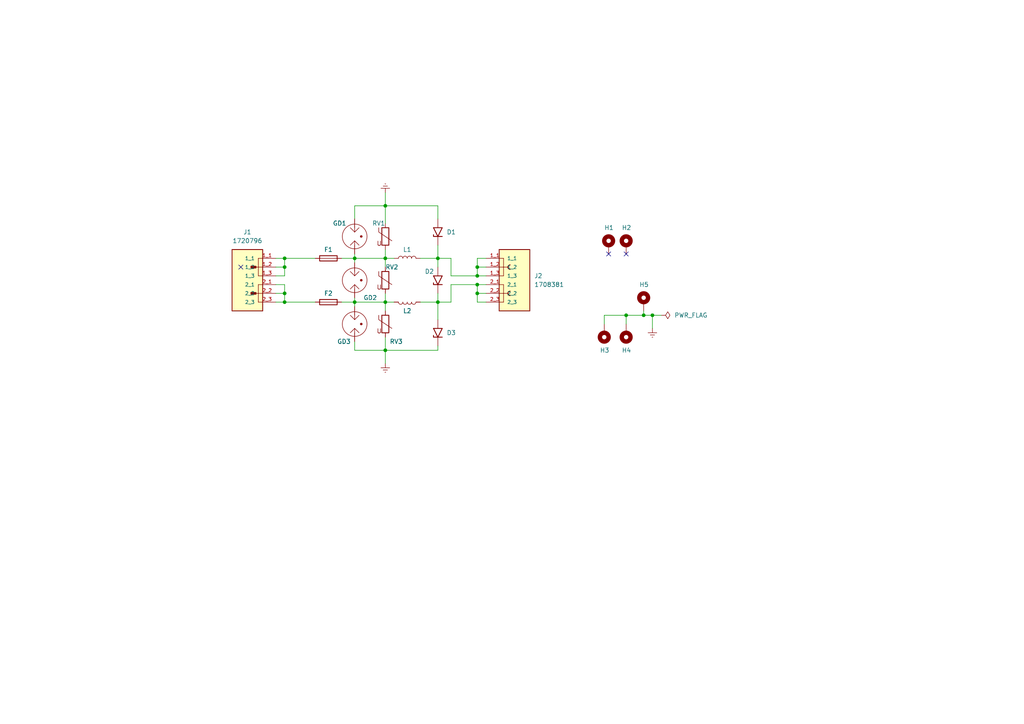
<source format=kicad_sch>
(kicad_sch (version 20211123) (generator eeschema)
  (paper "A4")
  (lib_symbols
    (symbol "1708381:1708381" (pin_names (offset 1.016))
      (property "Reference" "J" (at -5.08 8.382 0))
      (property "Value" "1708381" (at -5.08 -12.7 0))
      (symbol "1708381_0_0"
        (rectangle (start -5.08 -10.16) (end 3.81 7.62) (stroke (width 0.254)) (fill (type background)))
        (polyline (pts (xy 2.54 -5.08) (xy 1.27 -5.08)) (stroke (width 0.1524)))
        (polyline (pts (xy 2.54 -5.08) (xy 2.54 -7.62)) (stroke (width 0.1524)))
        (polyline (pts (xy 2.54 -2.54) (xy 2.54 -5.08)) (stroke (width 0.1524)))
        (polyline (pts (xy 2.54 2.54) (xy 1.27 2.54)) (stroke (width 0.1524)))
        (polyline (pts (xy 2.54 2.54) (xy 2.54 0)) (stroke (width 0.1524)))
        (polyline (pts (xy 2.54 5.08) (xy 2.54 2.54)) (stroke (width 0.1524)))
        (arc (start 0.635 -5.715) (mid 1.084 -5.529) (end 1.27 -5.08) (stroke (width 0.254)))
        (arc (start 0.635 1.905) (mid 1.084 2.091) (end 1.27 2.54) (stroke (width 0.254)))
        (arc (start 1.27 -5.08) (mid 1.084 -4.631) (end 0.635 -4.445) (stroke (width 0.254)))
        (arc (start 1.27 2.54) (mid 1.084 2.989) (end 0.635 3.175) (stroke (width 0.254)))
        (pin passive line (at 7.62 5.08 180) (length 5.08) (name "1_1") (number "1_1"))
        (pin passive line (at 7.62 2.54 180) (length 5.08) (name "1_2") (number "1_2"))
        (pin passive line (at 7.62 0 180) (length 5.08) (name "1_3") (number "1_3"))
        (pin passive line (at 7.62 -2.54 180) (length 5.08) (name "2_1") (number "2_1"))
        (pin passive line (at 7.62 -5.08 180) (length 5.08) (name "2_2") (number "2_2"))
        (pin passive line (at 7.62 -7.62 180) (length 5.08) (name "2_3") (number "2_3"))
      )
    )
    (symbol "1720796:1720796" (pin_names (offset 1.016))
      (property "Reference" "J" (at -2.54 8.382 0))
      (property "Value" "1720796" (at -2.54 -12.7 0))
      (symbol "1720796_0_0"
        (rectangle (start -3.81 -10.16) (end 5.08 7.62) (stroke (width 0.254)) (fill (type background)))
        (rectangle (start -1.905 -5.3975) (end -0.3175 -4.7625) (stroke (width 0.1)) (fill (type outline)))
        (rectangle (start -1.905 2.2225) (end -0.3175 2.8575) (stroke (width 0.1)) (fill (type outline)))
        (polyline (pts (xy -2.54 -5.08) (xy -2.54 -7.62)) (stroke (width 0.1524)))
        (polyline (pts (xy -2.54 -5.08) (xy -1.27 -5.08)) (stroke (width 0.1524)))
        (polyline (pts (xy -2.54 -2.54) (xy -2.54 -5.08)) (stroke (width 0.1524)))
        (polyline (pts (xy -2.54 2.54) (xy -2.54 0)) (stroke (width 0.1524)))
        (polyline (pts (xy -2.54 2.54) (xy -1.27 2.54)) (stroke (width 0.1524)))
        (polyline (pts (xy -2.54 5.08) (xy -2.54 2.54)) (stroke (width 0.1524)))
        (pin passive line (at -7.62 5.08 0) (length 5.08) (name "1_1") (number "1_1"))
        (pin passive line (at -7.62 2.54 0) (length 5.08) (name "1_2") (number "1_2"))
        (pin passive line (at -7.62 0 0) (length 5.08) (name "1_3") (number "1_3"))
        (pin passive line (at -7.62 -2.54 0) (length 5.08) (name "2_1") (number "2_1"))
        (pin passive line (at -7.62 -5.08 0) (length 5.08) (name "2_2") (number "2_2"))
        (pin passive line (at -7.62 -7.62 0) (length 5.08) (name "2_3") (number "2_3"))
      )
    )
    (symbol "Device:Fuse" (pin_numbers hide) (pin_names (offset 0))
      (property "Reference" "F" (at 2.032 0 90))
      (property "Value" "Fuse" (at -1.905 0 90))
      (symbol "Fuse_0_1"
        (rectangle (start -0.762 -2.54) (end 0.762 2.54) (stroke (width 0.254)))
        (polyline (pts (xy 0 2.54) (xy 0 -2.54)))
      )
      (symbol "Fuse_1_1"
        (pin passive line (at 0 3.81 270) (length 1.27) (name "~") (number "1"))
        (pin passive line (at 0 -3.81 90) (length 1.27) (name "~") (number "2"))
      )
    )
    (symbol "Device:GDT_2Pin" (pin_numbers hide)
      (property "Reference" "GD" (at 5.08 0 90))
      (property "Value" "GDT_2Pin" (at 7.62 0 90))
      (symbol "GDT_2Pin_0_1"
        (polyline (pts (xy 0 -2.54) (xy 0 -1.27)))
        (polyline (pts (xy 0 -1.27) (xy -1.27 -2.54)))
        (polyline (pts (xy 0 -1.27) (xy 1.27 -2.54)))
        (polyline (pts (xy 0 1.27) (xy -1.27 2.54)))
        (polyline (pts (xy 0 1.27) (xy 1.27 2.54)))
        (polyline (pts (xy 0 2.54) (xy 0 1.27)))
        (circle (center 0 0) (radius 3.5814))
        (circle (center 1.905 0) (radius 0.127))
        (circle (center 1.905 0) (radius 0.127))
        (circle (center 1.905 0) (radius 0.2794))
        (circle (center 2.032 0) (radius 0.127))
      )
      (symbol "GDT_2Pin_1_1"
        (pin passive line (at 0 -5.08 90) (length 2.54) (name "~") (number "1"))
        (pin passive line (at 0 5.08 270) (length 2.54) (name "~") (number "3"))
      )
    )
    (symbol "Device:L" (pin_numbers hide) (pin_names (offset 1.016) hide)
      (property "Reference" "L" (at -1.27 0 90))
      (property "Value" "L" (at 1.905 0 90))
      (symbol "L_0_1"
        (arc (start 0 -2.54) (mid 0.635 -1.905) (end 0 -1.27))
        (arc (start 0 -1.27) (mid 0.635 -0.635) (end 0 0))
        (arc (start 0 0) (mid 0.635 0.635) (end 0 1.27))
        (arc (start 0 1.27) (mid 0.635 1.905) (end 0 2.54))
      )
      (symbol "L_1_1"
        (pin passive line (at 0 3.81 270) (length 1.27) (name "1") (number "1"))
        (pin passive line (at 0 -3.81 90) (length 1.27) (name "2") (number "2"))
      )
    )
    (symbol "Device:Varistor" (pin_numbers hide) (pin_names (offset 0))
      (property "Reference" "RV" (at 3.175 0 90))
      (property "Value" "Varistor" (at -3.175 0 90))
      (symbol "Varistor_0_0"
        (text "U" (at -1.778 -2.032 0) (effects (font (size 1.27 1.27))))
      )
      (symbol "Varistor_0_1"
        (rectangle (start -1.016 -2.54) (end 1.016 2.54) (stroke (width 0.254)))
        (polyline (pts (xy -1.905 2.54) (xy -1.905 1.27) (xy 1.905 -1.27)))
      )
      (symbol "Varistor_1_1"
        (pin passive line (at 0 3.81 270) (length 1.27) (name "~") (number "1"))
        (pin passive line (at 0 -3.81 90) (length 1.27) (name "~") (number "2"))
      )
    )
    (symbol "Diode:1.5KExxA" (pin_numbers hide) (pin_names (offset 1.016) hide)
      (property "Reference" "D" (at 0 2.54 0))
      (property "Value" "1.5KExxA" (at 0 -2.54 0))
      (symbol "1.5KExxA_0_1"
        (polyline (pts (xy -0.762 1.27) (xy -1.27 1.27) (xy -1.27 -1.27)) (stroke (width 0.254)))
        (polyline (pts (xy 1.27 1.27) (xy 1.27 -1.27) (xy -1.27 0) (xy 1.27 1.27)) (stroke (width 0.254)))
      )
      (symbol "1.5KExxA_1_1"
        (pin passive line (at -3.81 0 0) (length 2.54) (name "A1") (number "1"))
        (pin passive line (at 3.81 0 180) (length 2.54) (name "A2") (number "2"))
      )
    )
    (symbol "Mechanical:MountingHole_Pad" (pin_numbers hide) (pin_names (offset 1.016) hide)
      (property "Reference" "H" (at 0 6.35 0))
      (property "Value" "MountingHole_Pad" (at 0 4.445 0))
      (symbol "MountingHole_Pad_0_1"
        (circle (center 0 1.27) (radius 1.27) (stroke (width 1.27)))
      )
      (symbol "MountingHole_Pad_1_1"
        (pin input line (at 0 -2.54 90) (length 2.54) (name "1") (number "1"))
      )
    )
    (symbol "power:Earth" (power) (pin_names (offset 0))
      (symbol "Earth_0_1"
        (polyline (pts (xy -0.635 -1.905) (xy 0.635 -1.905)))
        (polyline (pts (xy -0.127 -2.54) (xy 0.127 -2.54)))
        (polyline (pts (xy 0 -1.27) (xy 0 0)))
        (polyline (pts (xy 1.27 -1.27) (xy -1.27 -1.27)))
      )
      (symbol "Earth_1_1"
        (pin power_in line (at 0 0 270) (length 0) hide (name "Earth") (number "1"))
      )
    )
    (symbol "power:PWR_FLAG" (power) (pin_numbers hide) (pin_names (offset 0) hide)
      (property "Value" "PWR_FLAG" (at 0 3.81 0))
      (symbol "PWR_FLAG_0_0"
        (pin power_out line (at 0 0 90) (length 0) (name "pwr") (number "1"))
      )
      (symbol "PWR_FLAG_0_1"
        (polyline (pts (xy 0 0) (xy 0 1.27) (xy -1.016 1.905) (xy 0 2.54) (xy 1.016 1.905) (xy 0 1.27)))
      )
    )
  )
  (junction (at 138.43 85.09))
  (junction (at 181.61 91.44))
  (junction (at 111.76 101.6))
  (junction (at 111.76 59.69))
  (junction (at 102.87 74.93))
  (junction (at 138.43 82.55))
  (junction (at 127 74.93))
  (junction (at 111.76 74.93))
  (junction (at 82.55 87.63))
  (junction (at 102.87 87.63))
  (junction (at 189.23 91.44))
  (junction (at 186.69 91.44))
  (junction (at 82.55 74.93))
  (junction (at 138.43 77.47))
  (junction (at 111.76 87.63))
  (junction (at 127 87.63))
  (junction (at 138.43 80.01))
  (junction (at 82.55 77.47))
  (junction (at 82.55 85.09))
  (no_connect (at 69.85 77.47))
  (no_connect (at 176.53 73.66))
  (no_connect (at 181.61 73.66))
  (wire (pts (xy 181.61 91.44) (xy 186.69 91.44)))
  (wire (pts (xy 111.76 101.6) (xy 111.76 105.41)))
  (wire (pts (xy 111.76 97.79) (xy 111.76 101.6)))
  (wire (pts (xy 138.43 77.47) (xy 138.43 80.01)))
  (wire (pts (xy 127 63.5) (xy 127 59.69)))
  (wire (pts (xy 82.55 77.47) (xy 82.55 80.01)))
  (wire (pts (xy 102.87 74.93) (xy 102.87 76.2)))
  (wire (pts (xy 102.87 86.36) (xy 102.87 87.63)))
  (wire (pts (xy 175.26 91.44) (xy 181.61 91.44)))
  (wire (pts (xy 127 87.63) (xy 127 92.71)))
  (wire (pts (xy 111.76 87.63) (xy 114.3 87.63)))
  (wire (pts (xy 127 74.93) (xy 127 77.47)))
  (wire (pts (xy 186.69 91.44) (xy 189.23 91.44)))
  (wire (pts (xy 181.61 91.44) (xy 181.61 93.98)))
  (wire (pts (xy 186.69 90.17) (xy 186.69 91.44)))
  (wire (pts (xy 140.97 82.55) (xy 138.43 82.55)))
  (wire (pts (xy 82.55 85.09) (xy 82.55 87.63)))
  (wire (pts (xy 111.76 101.6) (xy 127 101.6)))
  (wire (pts (xy 189.23 91.44) (xy 191.77 91.44)))
  (wire (pts (xy 130.81 82.55) (xy 130.81 87.63)))
  (wire (pts (xy 111.76 64.77) (xy 111.76 59.69)))
  (wire (pts (xy 102.87 59.69) (xy 111.76 59.69)))
  (wire (pts (xy 138.43 74.93) (xy 138.43 77.47)))
  (wire (pts (xy 102.87 101.6) (xy 111.76 101.6)))
  (wire (pts (xy 127 85.09) (xy 127 87.63)))
  (wire (pts (xy 102.87 87.63) (xy 102.87 88.9)))
  (wire (pts (xy 111.76 77.47) (xy 111.76 74.93)))
  (wire (pts (xy 127 74.93) (xy 130.81 74.93)))
  (wire (pts (xy 111.76 55.88) (xy 111.76 59.69)))
  (wire (pts (xy 102.87 99.06) (xy 102.87 101.6)))
  (wire (pts (xy 99.06 74.93) (xy 102.87 74.93)))
  (wire (pts (xy 121.92 87.63) (xy 127 87.63)))
  (wire (pts (xy 80.01 87.63) (xy 82.55 87.63)))
  (wire (pts (xy 127 87.63) (xy 130.81 87.63)))
  (wire (pts (xy 140.97 74.93) (xy 138.43 74.93)))
  (wire (pts (xy 80.01 85.09) (xy 82.55 85.09)))
  (wire (pts (xy 138.43 80.01) (xy 130.81 80.01)))
  (wire (pts (xy 82.55 74.93) (xy 91.44 74.93)))
  (wire (pts (xy 102.87 74.93) (xy 111.76 74.93)))
  (wire (pts (xy 175.26 91.44) (xy 175.26 93.98)))
  (wire (pts (xy 111.76 59.69) (xy 127 59.69)))
  (wire (pts (xy 102.87 87.63) (xy 111.76 87.63)))
  (wire (pts (xy 189.23 91.44) (xy 189.23 95.25)))
  (wire (pts (xy 138.43 77.47) (xy 140.97 77.47)))
  (wire (pts (xy 121.92 74.93) (xy 127 74.93)))
  (wire (pts (xy 111.76 74.93) (xy 114.3 74.93)))
  (wire (pts (xy 102.87 63.5) (xy 102.87 59.69)))
  (wire (pts (xy 80.01 77.47) (xy 82.55 77.47)))
  (wire (pts (xy 82.55 87.63) (xy 91.44 87.63)))
  (wire (pts (xy 138.43 85.09) (xy 138.43 82.55)))
  (wire (pts (xy 111.76 87.63) (xy 111.76 90.17)))
  (wire (pts (xy 111.76 85.09) (xy 111.76 87.63)))
  (wire (pts (xy 130.81 74.93) (xy 130.81 80.01)))
  (wire (pts (xy 127 100.33) (xy 127 101.6)))
  (wire (pts (xy 102.87 74.93) (xy 102.87 73.66)))
  (wire (pts (xy 127 71.12) (xy 127 74.93)))
  (wire (pts (xy 138.43 82.55) (xy 130.81 82.55)))
  (wire (pts (xy 111.76 72.39) (xy 111.76 74.93)))
  (wire (pts (xy 140.97 80.01) (xy 138.43 80.01)))
  (wire (pts (xy 138.43 87.63) (xy 138.43 85.09)))
  (wire (pts (xy 80.01 80.01) (xy 82.55 80.01)))
  (wire (pts (xy 82.55 74.93) (xy 82.55 77.47)))
  (wire (pts (xy 82.55 82.55) (xy 82.55 85.09)))
  (wire (pts (xy 140.97 87.63) (xy 138.43 87.63)))
  (wire (pts (xy 80.01 74.93) (xy 82.55 74.93)))
  (wire (pts (xy 138.43 85.09) (xy 140.97 85.09)))
  (wire (pts (xy 99.06 87.63) (xy 102.87 87.63)))
  (wire (pts (xy 80.01 82.55) (xy 82.55 82.55)))
  (symbol (lib_id "Mechanical:MountingHole_Pad") (at 181.61 96.52 180) (unit 1)
    (property "Reference" "H4" (at 180.34 101.6 0) (effects (justify right)))
    (property "Value" "MountingHole_Pad" (effects hide))
    (property "Footprint" "MountingHole:MountingHole_3mm_Pad_TopBottom" (effects hide))
  )
  (symbol (lib_id "Device:Fuse") (at 95.25 74.93 90) (unit 1)
    (property "Reference" "F1" (at 95.25 72.39 90))
    (property "Value" "Fuse" (effects hide))
    (property "Footprint" "Fuse:Fuseholder_Littelfuse_100_series_5x25mm" (effects hide))
  )
  (symbol (lib_id "Device:GDT_2Pin") (at 102.87 81.28 0) (unit 1)
    (property "Reference" "GD2" (at 105.41 86.36 0) (effects (justify left)))
    (property "Value" "	B88069X4760T902" (effects hide))
    (property "Footprint" "B88069X4760T902:MOV_B88069X4760T902" (effects hide))
    (property "Datasheet" "https://product.tdk.com/system/files/dam/doc/product/protection/voltage/arrester/data_sheet/100/ds/m51-c90xsmd-x4760t902.pdf" (effects hide))
  )
  (symbol (lib_id "Diode:1.5KExxA") (at 127 67.31 90) (unit 1)
    (property "Reference" "D1" (at 129.54 67.3099 90) (effects (justify right)))
    (property "Value" "5.0SMDJ75A" (effects hide))
    (property "Footprint" "5.0SMDJ75A:DIOM7959X262N" (effects hide))
    (property "Datasheet" "https://m.littelfuse.com/~/media/electronics/datasheets/tvs_diodes/littelfuse_tvs_diode_5_0smdj_datasheet.pdf.pdf" (effects hide))
  )
  (symbol (lib_id "Mechanical:MountingHole_Pad") (at 181.61 71.12 0) (unit 1)
    (property "Reference" "H2" (at 180.34 66.04 0) (effects (justify left)))
    (property "Value" "MountingHole_Pad" (effects hide))
    (property "Footprint" "MountingHole:MountingHole_3mm_Pad_TopBottom" (effects hide))
  )
  (symbol (lib_id "Device:Varistor") (at 111.76 93.98 0) (unit 1)
    (property "Reference" "RV3" (at 113.03 99.06 0) (effects (justify left)))
    (property "Value" "V100ZA15P" (effects hide))
    (property "Footprint" "V100ZA15P:VARRB750W81L1700T500H2250" (effects hide))
    (property "Datasheet" "https://m.littelfuse.com/media?resourcetype=datasheets&itemid=67eb757a-126c-4f75-9f64-051f5de9b097&filename=littelfuse-varistor-za-datasheet" (effects hide))
  )
  (symbol (lib_id "1720796:1720796") (at 72.39 80.01 0) (mirror y) (unit 1)
    (property "Reference" "J1" (at 71.755 67.31 0))
    (property "Value" "1720796" (at 71.755 69.85 0))
    (property "Footprint" "1720796:PHOENIX_1720796" (effects hide))
    (property "MF" "Phoenix Contact" (effects hide))
    (property "MAXIMUM_PACKAGE_HEIGHT" "14.44mm" (effects hide))
    (property "Package" "None" (effects hide))
    (property "Price" "None" (effects hide))
    (property "Check_prices" "https://www.snapeda.com/parts/1720796/Phoenix+Contact/view-part/?ref=eda" (effects hide))
    (property "STANDARD" "Manufacturer Recommendations" (effects hide))
    (property "PARTREV" "18.07.2018" (effects hide))
    (property "SnapEDA_Link" "https://www.snapeda.com/parts/1720796/Phoenix+Contact/view-part/?ref=snap" (effects hide))
    (property "MP" "1720796" (effects hide))
    (property "Purchase-URL" "https://www.snapeda.com/api/url_track_click_mouser/?unipart_id=4081149&manufacturer=Phoenix Contact&part_name=1720796&search_term=1720796" (effects hide))
    (property "Description" "\nPluggable Header 7.62mm 8AWG 630V 41A 2 Position COMBICON PC Series | Phoenix Contact 1720796\n" (effects hide))
    (property "Availability" "In Stock" (effects hide))
    (property "MANUFACTURER" "Phoenix Contact" (effects hide))
  )
  (symbol (lib_id "Device:GDT_2Pin") (at 102.87 93.98 0) (unit 1)
    (property "Reference" "GD3" (at 97.79 99.06 0) (effects (justify left)))
    (property "Value" "	B88069X4760T902" (effects hide))
    (property "Footprint" "B88069X4760T902:MOV_B88069X4760T902" (effects hide))
    (property "Datasheet" "https://product.tdk.com/system/files/dam/doc/product/protection/voltage/arrester/data_sheet/100/ds/m51-c90xsmd-x4760t902.pdf" (effects hide))
  )
  (symbol (lib_id "Diode:1.5KExxA") (at 127 81.28 90) (unit 1)
    (property "Reference" "D2" (at 123.19 78.74 90) (effects (justify right)))
    (property "Value" "5.0SMDJ75A" (effects hide))
    (property "Footprint" "5.0SMDJ75A:DIOM7959X262N" (effects hide))
    (property "Datasheet" "https://m.littelfuse.com/~/media/electronics/datasheets/tvs_diodes/littelfuse_tvs_diode_5_0smdj_datasheet.pdf.pdf" (effects hide))
  )
  (symbol (lib_id "Mechanical:MountingHole_Pad") (at 176.53 71.12 0) (unit 1)
    (property "Reference" "H1" (at 175.26 66.04 0) (effects (justify left)))
    (property "Value" "MountingHole_Pad" (effects hide))
    (property "Footprint" "MountingHole:MountingHole_3mm_Pad_TopBottom" (effects hide))
  )
  (symbol (lib_id "power:Earth") (at 111.76 105.41 0) (unit 1)
    (property "Reference" "#PWR0102" (effects hide))
    (property "Value" "Earth" (effects hide))
  )
  (symbol (lib_id "Device:GDT_2Pin") (at 102.87 68.58 0) (unit 1)
    (property "Reference" "GD1" (at 96.52 64.77 0) (effects (justify left)))
    (property "Value" "	B88069X4760T902" (effects hide))
    (property "Footprint" "B88069X4760T902:MOV_B88069X4760T902" (effects hide))
    (property "Datasheet" "https://product.tdk.com/system/files/dam/doc/product/protection/voltage/arrester/data_sheet/100/ds/m51-c90xsmd-x4760t902.pdf" (effects hide))
  )
  (symbol (lib_id "power:PWR_FLAG") (at 191.77 91.44 270) (unit 1)
    (property "Reference" "#FLG0101" (effects hide))
    (property "Value" "PWR_FLAG" (at 195.58 91.4399 90) (effects (justify left)))
  )
  (symbol (lib_id "Device:L") (at 118.11 74.93 90) (unit 1)
    (property "Reference" "L1" (at 118.11 72.39 90))
    (property "Value" "L" (effects hide))
    (property "Footprint" "PDU:EE16-SS-1" (effects hide))
  )
  (symbol (lib_id "Device:L") (at 118.11 87.63 90) (mirror x) (unit 1)
    (property "Reference" "L2" (at 118.11 90.17 90))
    (property "Value" "L" (effects hide))
    (property "Footprint" "PDU:EE16-SS-1" (effects hide))
  )
  (symbol (lib_id "Diode:1.5KExxA") (at 127 96.52 90) (unit 1)
    (property "Reference" "D3" (at 129.54 96.5199 90) (effects (justify right)))
    (property "Value" "5.0SMDJ75A" (effects hide))
    (property "Footprint" "5.0SMDJ75A:DIOM7959X262N" (effects hide))
    (property "Datasheet" "https://m.littelfuse.com/~/media/electronics/datasheets/tvs_diodes/littelfuse_tvs_diode_5_0smdj_datasheet.pdf.pdf" (effects hide))
  )
  (symbol (lib_id "Mechanical:MountingHole_Pad") (at 175.26 96.52 180) (unit 1)
    (property "Reference" "H3" (at 173.99 101.6 0) (effects (justify right)))
    (property "Value" "MountingHole_Pad" (effects hide))
    (property "Footprint" "MountingHole:MountingHole_3mm_Pad_TopBottom" (effects hide))
  )
  (symbol (lib_id "1708381:1708381") (at 148.59 80.01 0) (mirror y) (unit 1)
    (property "Reference" "J2" (at 154.94 80.0099 0) (effects (justify right)))
    (property "Value" "1708381" (at 154.94 82.5499 0) (effects (justify right)))
    (property "Footprint" "1708381:PHOENIX_1708381" (effects hide))
    (property "MF" "Phoenix Contact" (effects hide))
    (property "MAXIMUM_PACKAGE_HEIGHT" "12.95mm" (effects hide))
    (property "Package" "None" (effects hide))
    (property "Price" "None" (effects hide))
    (property "Check_prices" "https://www.snapeda.com/parts/1708381/Phoenix+Contact/view-part/?ref=eda" (effects hide))
    (property "STANDARD" "Manufacturer Recommendations" (effects hide))
    (property "PARTREV" "15.06.2015" (effects hide))
    (property "SnapEDA_Link" "https://www.snapeda.com/parts/1708381/Phoenix+Contact/view-part/?ref=snap" (effects hide))
    (property "MP" "1708381" (effects hide))
    (property "Purchase-URL" "https://www.snapeda.com/api/url_track_click_mouser/?unipart_id=6688011&manufacturer=Phoenix Contact&part_name=1708381&search_term=1708381" (effects hide))
    (property "Description" "\nPluggable Header 7.62mm 8AWG 630V 41A 2 Position Combicon Power Series | Phoenix Contact 1708381\n" (effects hide))
    (property "Availability" "In Stock" (effects hide))
    (property "MANUFACTURER" "Phoenix Contact" (effects hide))
  )
  (symbol (lib_id "power:Earth") (at 111.76 55.88 180) (unit 1)
    (property "Reference" "#PWR0101" (effects hide))
    (property "Value" "Earth" (effects hide))
  )
  (symbol (lib_id "Mechanical:MountingHole_Pad") (at 186.69 87.63 0) (unit 1)
    (property "Reference" "H5" (at 185.42 82.55 0) (effects (justify left)))
    (property "Value" "MountingHole_Pad" (effects hide))
    (property "Footprint" "MountingHole:MountingHole_3mm_Pad_TopBottom" (effects hide))
  )
  (symbol (lib_id "Device:Varistor") (at 111.76 81.28 0) (unit 1)
    (property "Reference" "RV2" (at 111.76 77.47 0) (effects (justify left)))
    (property "Value" "V100ZA15P" (effects hide))
    (property "Footprint" "V100ZA15P:VARRB750W81L1700T500H2250" (effects hide))
    (property "Datasheet" "https://m.littelfuse.com/media?resourcetype=datasheets&itemid=67eb757a-126c-4f75-9f64-051f5de9b097&filename=littelfuse-varistor-za-datasheet" (effects hide))
  )
  (symbol (lib_id "Device:Varistor") (at 111.76 68.58 0) (unit 1)
    (property "Reference" "RV1" (at 107.95 64.77 0) (effects (justify left)))
    (property "Value" "V100ZA15P" (effects hide))
    (property "Footprint" "V100ZA15P:VARRB750W81L1700T500H2250" (effects hide))
    (property "Datasheet" "https://m.littelfuse.com/media?resourcetype=datasheets&itemid=67eb757a-126c-4f75-9f64-051f5de9b097&filename=littelfuse-varistor-za-datasheet" (effects hide))
  )
  (symbol (lib_id "power:Earth") (at 189.23 95.25 0) (unit 1)
    (property "Reference" "#PWR0103" (effects hide))
    (property "Value" "Earth" (effects hide))
  )
  (symbol (lib_id "Device:Fuse") (at 95.25 87.63 90) (unit 1)
    (property "Reference" "F2" (at 95.25 85.09 90))
    (property "Value" "Fuse" (effects hide))
    (property "Footprint" "Fuse:Fuseholder_Littelfuse_100_series_5x25mm" (effects hide))
  )
)
</source>
